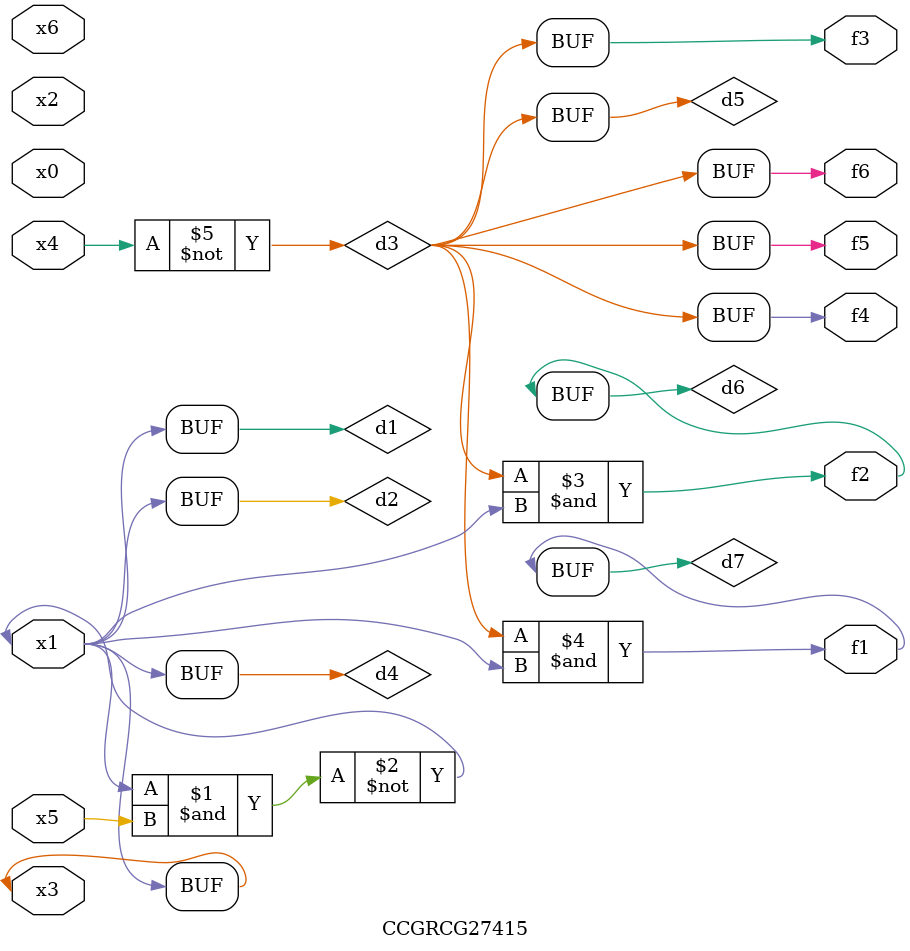
<source format=v>
module CCGRCG27415(
	input x0, x1, x2, x3, x4, x5, x6,
	output f1, f2, f3, f4, f5, f6
);

	wire d1, d2, d3, d4, d5, d6, d7;

	buf (d1, x1, x3);
	nand (d2, x1, x5);
	not (d3, x4);
	buf (d4, d1, d2);
	buf (d5, d3);
	and (d6, d3, d4);
	and (d7, d3, d4);
	assign f1 = d7;
	assign f2 = d6;
	assign f3 = d5;
	assign f4 = d5;
	assign f5 = d5;
	assign f6 = d5;
endmodule

</source>
